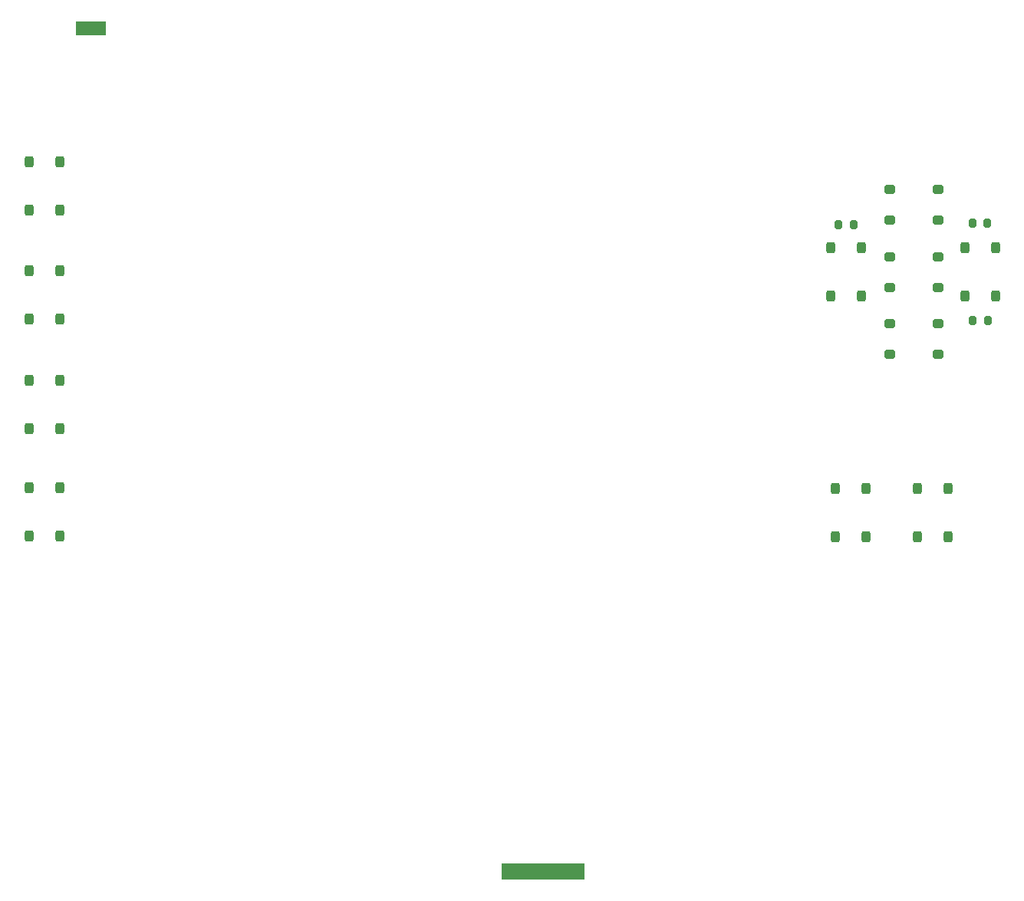
<source format=gts>
%TF.GenerationSoftware,KiCad,Pcbnew,9.0.3*%
%TF.CreationDate,2025-09-15T23:17:30+03:00*%
%TF.ProjectId,Back,4261636b-2e6b-4696-9361-645f70636258,rev?*%
%TF.SameCoordinates,Original*%
%TF.FileFunction,Soldermask,Top*%
%TF.FilePolarity,Negative*%
%FSLAX46Y46*%
G04 Gerber Fmt 4.6, Leading zero omitted, Abs format (unit mm)*
G04 Created by KiCad (PCBNEW 9.0.3) date 2025-09-15 23:17:30*
%MOMM*%
%LPD*%
G01*
G04 APERTURE LIST*
G04 Aperture macros list*
%AMRoundRect*
0 Rectangle with rounded corners*
0 $1 Rounding radius*
0 $2 $3 $4 $5 $6 $7 $8 $9 X,Y pos of 4 corners*
0 Add a 4 corners polygon primitive as box body*
4,1,4,$2,$3,$4,$5,$6,$7,$8,$9,$2,$3,0*
0 Add four circle primitives for the rounded corners*
1,1,$1+$1,$2,$3*
1,1,$1+$1,$4,$5*
1,1,$1+$1,$6,$7*
1,1,$1+$1,$8,$9*
0 Add four rect primitives between the rounded corners*
20,1,$1+$1,$2,$3,$4,$5,0*
20,1,$1+$1,$4,$5,$6,$7,0*
20,1,$1+$1,$6,$7,$8,$9,0*
20,1,$1+$1,$8,$9,$2,$3,0*%
%AMFreePoly0*
4,1,7,0.150000,0.330000,0.150000,-0.365000,-0.150000,-0.365000,-0.150000,0.330000,-0.050000,0.370000,0.050000,0.370000,0.150000,0.330000,0.150000,0.330000,$1*%
%AMFreePoly1*
4,1,7,0.120000,-0.275000,0.050000,-0.315000,-0.050000,-0.315000,-0.120000,-0.275000,-0.120000,0.300000,0.120000,0.300000,0.120000,-0.275000,0.120000,-0.275000,$1*%
G04 Aperture macros list end*
%ADD10C,0.100000*%
%ADD11RoundRect,0.200000X-0.200000X-0.275000X0.200000X-0.275000X0.200000X0.275000X-0.200000X0.275000X0*%
%ADD12RoundRect,0.250000X-0.250000X-0.350000X0.250000X-0.350000X0.250000X0.350000X-0.250000X0.350000X0*%
%ADD13RoundRect,0.250000X0.350000X-0.250000X0.350000X0.250000X-0.350000X0.250000X-0.350000X-0.250000X0*%
%ADD14RoundRect,0.250000X0.250000X0.350000X-0.250000X0.350000X-0.250000X-0.350000X0.250000X-0.350000X0*%
%ADD15R,0.300000X0.730000*%
%ADD16RoundRect,0.250000X-0.350000X0.250000X-0.350000X-0.250000X0.350000X-0.250000X0.350000X0.250000X0*%
%ADD17FreePoly0,0.000000*%
%ADD18FreePoly1,0.000000*%
G04 APERTURE END LIST*
D10*
%TO.C,J4*%
X69745786Y-41755000D02*
X66505786Y-41755000D01*
X66505786Y-40375000D01*
X69745786Y-40375000D01*
X69745786Y-41755000D01*
G36*
X69745786Y-41755000D02*
G01*
X66505786Y-41755000D01*
X66505786Y-40375000D01*
X69745786Y-40375000D01*
X69745786Y-41755000D01*
G37*
%TO.C,J1*%
X122553183Y-135036817D02*
X113453183Y-135036817D01*
X113453183Y-133336817D01*
X122553183Y-133336817D01*
X122553183Y-135036817D01*
G36*
X122553183Y-135036817D02*
G01*
X113453183Y-135036817D01*
X113453183Y-133336817D01*
X122553183Y-133336817D01*
X122553183Y-135036817D01*
G37*
%TD*%
D11*
%TO.C,R3*%
X165480000Y-73400000D03*
X167130000Y-73400000D03*
%TD*%
D12*
%TO.C,SW11*%
X61300000Y-91840000D03*
X61300000Y-97160000D03*
X64700000Y-91840000D03*
X64700000Y-97160000D03*
%TD*%
%TO.C,SW2*%
X164600000Y-65340000D03*
X164600000Y-70660000D03*
X168000000Y-65340000D03*
X168000000Y-70660000D03*
%TD*%
D13*
%TO.C,SW5*%
X156340000Y-62300000D03*
X161660000Y-62300000D03*
X156340000Y-58900000D03*
X161660000Y-58900000D03*
%TD*%
D14*
%TO.C,SW10*%
X64700000Y-85310000D03*
X64700000Y-79990000D03*
X61300000Y-85310000D03*
X61300000Y-79990000D03*
%TD*%
%TO.C,SW6*%
X153680000Y-97220000D03*
X153680000Y-91900000D03*
X150280000Y-97220000D03*
X150280000Y-91900000D03*
%TD*%
D12*
%TO.C,SW8*%
X61300000Y-55840000D03*
X61300000Y-61160000D03*
X64700000Y-55840000D03*
X64700000Y-61160000D03*
%TD*%
D15*
%TO.C,J4*%
X69325786Y-40915000D03*
X68925786Y-40915000D03*
X68525786Y-40915000D03*
X68125786Y-40915000D03*
X67725786Y-40915000D03*
X67325786Y-40915000D03*
X66925786Y-40915000D03*
%TD*%
D13*
%TO.C,SW1*%
X156340000Y-69700000D03*
X161660000Y-69700000D03*
X156340000Y-66300000D03*
X161660000Y-66300000D03*
%TD*%
D16*
%TO.C,SW3*%
X161660000Y-73700000D03*
X156340000Y-73700000D03*
X161660000Y-77100000D03*
X156340000Y-77100000D03*
%TD*%
D14*
%TO.C,SW4*%
X153200000Y-70660000D03*
X153200000Y-65340000D03*
X149800000Y-70660000D03*
X149800000Y-65340000D03*
%TD*%
D11*
%TO.C,R1*%
X150670000Y-62790000D03*
X152320000Y-62790000D03*
%TD*%
D14*
%TO.C,SW7*%
X162770000Y-97220000D03*
X162770000Y-91900000D03*
X159370000Y-97220000D03*
X159370000Y-91900000D03*
%TD*%
D17*
%TO.C,J1*%
X113803183Y-134546817D03*
D18*
X114053183Y-133796817D03*
D17*
X114297301Y-134546817D03*
D18*
X114546933Y-133796817D03*
D17*
X114791418Y-134546817D03*
D18*
X115040683Y-133796817D03*
D17*
X115285536Y-134546817D03*
D18*
X115534433Y-133796817D03*
D17*
X115779654Y-134546817D03*
D18*
X116028183Y-133796817D03*
D17*
X116273771Y-134546817D03*
D18*
X116521933Y-133796817D03*
D17*
X116767889Y-134546817D03*
D18*
X117015683Y-133796817D03*
D17*
X117262007Y-134546817D03*
D18*
X117513183Y-133796817D03*
D17*
X117756124Y-134546817D03*
D18*
X118003183Y-133796817D03*
D17*
X118250242Y-134546817D03*
D18*
X118496933Y-133796817D03*
D17*
X118744359Y-134546817D03*
D18*
X118990683Y-133796817D03*
D17*
X119238477Y-134546817D03*
D18*
X119484433Y-133796817D03*
D17*
X119732595Y-134546817D03*
D18*
X119983183Y-133796817D03*
D17*
X120226712Y-134546817D03*
D18*
X120471933Y-133796817D03*
D17*
X120720830Y-134546817D03*
D18*
X120965683Y-133796817D03*
D17*
X121214948Y-134546817D03*
D18*
X121459433Y-133796817D03*
D17*
X121709065Y-134546817D03*
D18*
X121953183Y-133796817D03*
D17*
X122203183Y-134546817D03*
%TD*%
D12*
%TO.C,SW9*%
X61300000Y-67880000D03*
X61300000Y-73200000D03*
X64700000Y-67880000D03*
X64700000Y-73200000D03*
%TD*%
D11*
%TO.C,R2*%
X165460000Y-62580000D03*
X167110000Y-62580000D03*
%TD*%
M02*

</source>
